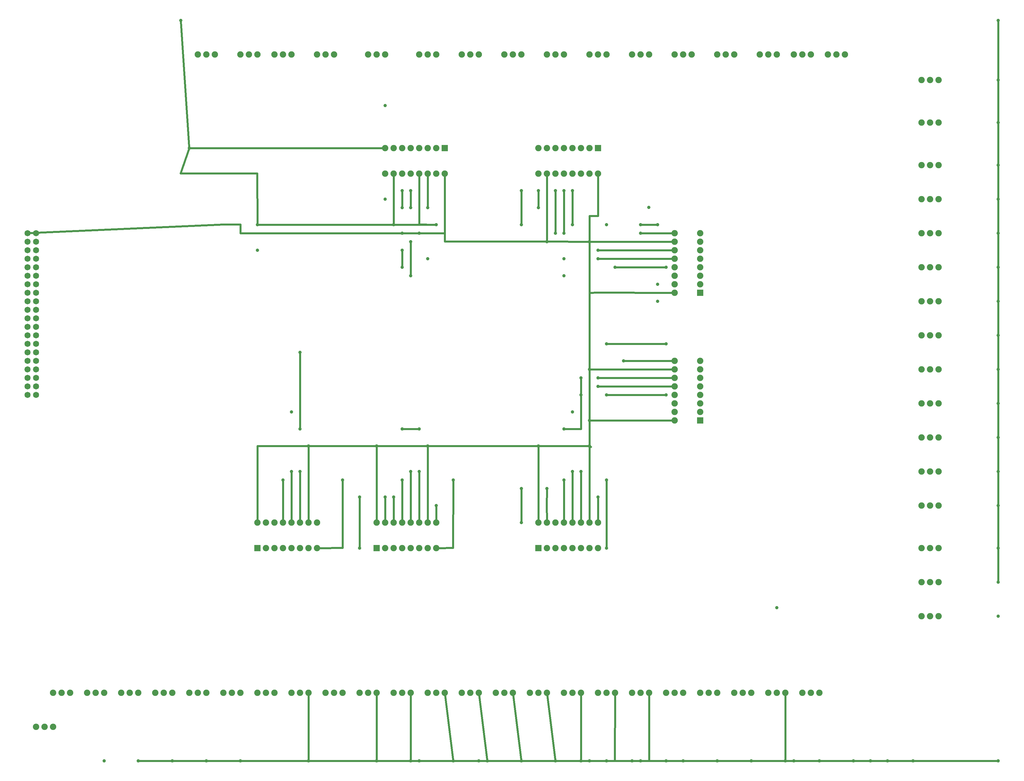
<source format=gbl>
G04 MADE WITH FRITZING*
G04 WWW.FRITZING.ORG*
G04 DOUBLE SIDED*
G04 HOLES PLATED*
G04 CONTOUR ON CENTER OF CONTOUR VECTOR*
%ASAXBY*%
%FSLAX23Y23*%
%MOIN*%
%OFA0B0*%
%SFA1.0B1.0*%
%ADD10C,0.039370*%
%ADD11C,0.075000*%
%ADD12C,0.071889*%
%ADD13C,0.071917*%
%ADD14R,0.075000X0.075000*%
%ADD15C,0.024000*%
%LNCOPPER0*%
G90*
G70*
G54D10*
X4844Y9248D03*
X4744Y8948D03*
X4544Y8948D03*
X2844Y9048D03*
X2844Y8748D03*
X4644Y9448D03*
X4644Y9248D03*
X4644Y8848D03*
X4644Y8448D03*
X4544Y9448D03*
X4544Y9248D03*
X4544Y8748D03*
X4544Y8548D03*
X4444Y9048D03*
X4944Y9048D03*
X5944Y9448D03*
X5944Y9048D03*
X6544Y9448D03*
X6544Y9048D03*
X6944Y9048D03*
X7644Y8548D03*
X7044Y8548D03*
X6944Y7648D03*
X7644Y7648D03*
X6944Y7048D03*
X7644Y7048D03*
X6944Y5248D03*
X6444Y6048D03*
X5144Y6048D03*
X6744Y6748D03*
X6744Y6448D03*
X6144Y6448D03*
X4844Y6448D03*
X4244Y6448D03*
X3444Y6448D03*
X4844Y8648D03*
X6444Y9448D03*
X6444Y8448D03*
X6444Y8948D03*
X6444Y8648D03*
X6844Y8648D03*
X6844Y7148D03*
X4644Y6148D03*
X3244Y6148D03*
X6344Y9448D03*
X6344Y8948D03*
X3344Y7548D03*
X3344Y6648D03*
X3344Y6148D03*
X4744Y6648D03*
X4544Y6648D03*
X6644Y7048D03*
X6444Y6648D03*
X6544Y6148D03*
X6644Y6148D03*
X6844Y8748D03*
X6644Y7248D03*
X6844Y7248D03*
X6144Y9448D03*
X6144Y9248D03*
X7442Y9249D03*
X7544Y9048D03*
X7344Y9048D03*
X7544Y8348D03*
X7544Y8148D03*
X6944Y6048D03*
X4544Y6048D03*
X4744Y6148D03*
X4444Y5848D03*
X3144Y6048D03*
X4344Y5848D03*
X4044Y5848D03*
X4044Y5248D03*
X6244Y5948D03*
X5944Y5948D03*
X5944Y5548D03*
G54D11*
X4244Y5248D03*
X4244Y5548D03*
X4344Y5248D03*
X4344Y5548D03*
X4444Y5248D03*
X4444Y5548D03*
X4544Y5248D03*
X4544Y5548D03*
X4644Y5248D03*
X4644Y5548D03*
X4744Y5248D03*
X4744Y5548D03*
X4844Y5248D03*
X4844Y5548D03*
X4944Y5248D03*
X4944Y5548D03*
X6144Y5248D03*
X6144Y5548D03*
X6244Y5248D03*
X6244Y5548D03*
X6344Y5248D03*
X6344Y5548D03*
X6444Y5248D03*
X6444Y5548D03*
X6544Y5248D03*
X6544Y5548D03*
X6644Y5248D03*
X6644Y5548D03*
X6744Y5248D03*
X6744Y5548D03*
X6844Y5248D03*
X6844Y5548D03*
X8044Y6748D03*
X7744Y6748D03*
X8044Y6848D03*
X7744Y6848D03*
X8044Y6948D03*
X7744Y6948D03*
X8044Y7048D03*
X7744Y7048D03*
X8044Y7148D03*
X7744Y7148D03*
X8044Y7248D03*
X7744Y7248D03*
X8044Y7348D03*
X7744Y7348D03*
X8044Y7448D03*
X7744Y7448D03*
X8044Y8248D03*
X7744Y8248D03*
X8044Y8348D03*
X7744Y8348D03*
X8044Y8448D03*
X7744Y8448D03*
X8044Y8548D03*
X7744Y8548D03*
X8044Y8648D03*
X7744Y8648D03*
X8044Y8748D03*
X7744Y8748D03*
X8044Y8848D03*
X7744Y8848D03*
X8044Y8948D03*
X7744Y8948D03*
X6844Y9948D03*
X6844Y9648D03*
X6744Y9948D03*
X6744Y9648D03*
X6644Y9948D03*
X6644Y9648D03*
X6544Y9948D03*
X6544Y9648D03*
X6444Y9948D03*
X6444Y9648D03*
X6344Y9948D03*
X6344Y9648D03*
X6244Y9948D03*
X6244Y9648D03*
X6144Y9948D03*
X6144Y9648D03*
X5044Y9948D03*
X5044Y9648D03*
X4944Y9948D03*
X4944Y9648D03*
X4844Y9948D03*
X4844Y9648D03*
X4744Y9948D03*
X4744Y9648D03*
X4644Y9948D03*
X4644Y9648D03*
X4544Y9948D03*
X4544Y9648D03*
X4444Y9948D03*
X4444Y9648D03*
X4344Y9948D03*
X4344Y9648D03*
G54D10*
X4344Y10448D03*
X8944Y4548D03*
X4344Y9348D03*
X6744Y8848D03*
X7344Y8948D03*
X3244Y6848D03*
X7144Y7448D03*
X6844Y5848D03*
G54D11*
X2844Y5248D03*
X2844Y5548D03*
X2944Y5248D03*
X2944Y5548D03*
X3044Y5248D03*
X3044Y5548D03*
X3144Y5248D03*
X3144Y5548D03*
X3244Y5248D03*
X3244Y5548D03*
X3344Y5248D03*
X3344Y5548D03*
X3444Y5248D03*
X3444Y5548D03*
X3544Y5248D03*
X3544Y5548D03*
G54D10*
X3844Y6048D03*
X4944Y5748D03*
G54D11*
X3244Y3548D03*
X3344Y3548D03*
X3444Y3548D03*
X2444Y3548D03*
X2544Y3548D03*
X2644Y3548D03*
X2044Y3548D03*
X2144Y3548D03*
X2244Y3548D03*
X1644Y3548D03*
X1744Y3548D03*
X1844Y3548D03*
X244Y3148D03*
X344Y3148D03*
X444Y3148D03*
X2844Y3548D03*
X2944Y3548D03*
X3044Y3548D03*
X5244Y3548D03*
X5344Y3548D03*
X5444Y3548D03*
X3644Y3548D03*
X3744Y3548D03*
X3844Y3548D03*
X4044Y3548D03*
X4144Y3548D03*
X4244Y3548D03*
X4844Y3548D03*
X4944Y3548D03*
X5044Y3548D03*
X4444Y3548D03*
X4544Y3548D03*
X4644Y3548D03*
X10644Y9748D03*
X10744Y9748D03*
X10844Y9748D03*
X10644Y9348D03*
X10744Y9348D03*
X10844Y9348D03*
X10644Y8948D03*
X10744Y8948D03*
X10844Y8948D03*
X10644Y8548D03*
X10744Y8548D03*
X10844Y8548D03*
X10644Y8148D03*
X10744Y8148D03*
X10844Y8148D03*
X10644Y7748D03*
X10744Y7748D03*
X10844Y7748D03*
X10644Y7348D03*
X10744Y7348D03*
X10844Y7348D03*
X10644Y6948D03*
X10744Y6948D03*
X10844Y6948D03*
X10644Y10248D03*
X10744Y10248D03*
X10844Y10248D03*
X10644Y10748D03*
X10744Y10748D03*
X10844Y10748D03*
X10644Y6548D03*
X10744Y6548D03*
X10844Y6548D03*
X10644Y6148D03*
X10744Y6148D03*
X10844Y6148D03*
X10644Y5748D03*
X10744Y5748D03*
X10844Y5748D03*
X10644Y5248D03*
X10744Y5248D03*
X10844Y5248D03*
X10644Y4848D03*
X10744Y4848D03*
X10844Y4848D03*
X10644Y4448D03*
X10744Y4448D03*
X10844Y4448D03*
X3044Y11048D03*
X3144Y11048D03*
X3244Y11048D03*
X3544Y11048D03*
X3644Y11048D03*
X3744Y11048D03*
X4744Y11048D03*
X4844Y11048D03*
X4944Y11048D03*
X5244Y11048D03*
X5344Y11048D03*
X5444Y11048D03*
X5744Y11048D03*
X5844Y11048D03*
X5944Y11048D03*
X6244Y11048D03*
X6344Y11048D03*
X6444Y11048D03*
X6744Y11048D03*
X6844Y11048D03*
X6944Y11048D03*
X7244Y11048D03*
X7344Y11048D03*
X7444Y11048D03*
X7744Y11048D03*
X7844Y11048D03*
X7944Y11048D03*
X8244Y11048D03*
X8344Y11048D03*
X8444Y11048D03*
X8744Y11048D03*
X8844Y11048D03*
X8944Y11048D03*
X9144Y11048D03*
X9244Y11048D03*
X9344Y11048D03*
X9544Y11048D03*
X9644Y11048D03*
X9744Y11048D03*
X2644Y11048D03*
X2744Y11048D03*
X2844Y11048D03*
X2144Y11048D03*
X2244Y11048D03*
X2344Y11048D03*
X4144Y11048D03*
X4244Y11048D03*
X4344Y11048D03*
G54D10*
X2044Y9948D03*
X1944Y11448D03*
G54D11*
X5644Y3548D03*
X5744Y3548D03*
X5844Y3548D03*
X1244Y3548D03*
X1344Y3548D03*
X1444Y3548D03*
X9244Y3548D03*
X9344Y3548D03*
X9444Y3548D03*
X8844Y3548D03*
X8944Y3548D03*
X9044Y3548D03*
X6444Y3548D03*
X6544Y3548D03*
X6644Y3548D03*
X6044Y3548D03*
X6144Y3548D03*
X6244Y3548D03*
X7644Y3548D03*
X7744Y3548D03*
X7844Y3548D03*
X6844Y3548D03*
X6944Y3548D03*
X7044Y3548D03*
X7244Y3548D03*
X7344Y3548D03*
X7444Y3548D03*
X8044Y3548D03*
X8144Y3548D03*
X8244Y3548D03*
X8444Y3548D03*
X8544Y3548D03*
X8644Y3548D03*
G54D10*
X11544Y10748D03*
X11544Y10248D03*
X11544Y9748D03*
X11544Y9348D03*
X11544Y8948D03*
X11544Y8548D03*
X11544Y7748D03*
X11544Y8148D03*
X11544Y7348D03*
X11544Y6948D03*
X11544Y6548D03*
X11544Y6148D03*
X11544Y5748D03*
X11544Y11448D03*
X11544Y5248D03*
X11544Y4848D03*
X11544Y4448D03*
X11544Y2748D03*
X10544Y2748D03*
X10244Y2748D03*
X9844Y2748D03*
X9444Y2748D03*
X9144Y2748D03*
X8644Y2748D03*
X8244Y2748D03*
X7244Y2748D03*
X7644Y2748D03*
X7344Y2748D03*
X6944Y2748D03*
X6644Y2748D03*
X5944Y2748D03*
X5444Y2748D03*
X4744Y2748D03*
X3444Y2748D03*
X2644Y2748D03*
X2244Y2748D03*
X1844Y2748D03*
X1444Y2748D03*
X4244Y2748D03*
X4644Y2748D03*
X5144Y2748D03*
X5544Y2748D03*
X6344Y2748D03*
X6744Y2748D03*
X7844Y2748D03*
X9044Y2748D03*
X10044Y2748D03*
X9044Y2748D03*
X6244Y8848D03*
X6744Y7348D03*
X6544Y6848D03*
G54D12*
X144Y8948D03*
X144Y8848D03*
X144Y8748D03*
X144Y8648D03*
G54D13*
X144Y8548D03*
G54D12*
X144Y8448D03*
X144Y8348D03*
X144Y8248D03*
X144Y8148D03*
G54D13*
X144Y8048D03*
G54D12*
X144Y7948D03*
G54D13*
X144Y7848D03*
G54D12*
X144Y7748D03*
X144Y7648D03*
X144Y7548D03*
X144Y7448D03*
G54D13*
X144Y7348D03*
G54D12*
X144Y7248D03*
X144Y7148D03*
X144Y7048D03*
X244Y7048D03*
X244Y7148D03*
X244Y7248D03*
G54D13*
X244Y7348D03*
G54D12*
X244Y7448D03*
X244Y7548D03*
X244Y7648D03*
X244Y7748D03*
G54D13*
X244Y7848D03*
G54D12*
X244Y7948D03*
G54D13*
X244Y8048D03*
G54D12*
X244Y8148D03*
X244Y8248D03*
X244Y8348D03*
X244Y8448D03*
G54D13*
X244Y8548D03*
G54D12*
X244Y8648D03*
X244Y8748D03*
X244Y8848D03*
X244Y8948D03*
G54D11*
X444Y3548D03*
X544Y3548D03*
X644Y3548D03*
X844Y3548D03*
X944Y3548D03*
X1044Y3548D03*
G54D10*
X1044Y2748D03*
X4244Y2748D03*
G54D14*
X4244Y5248D03*
X6144Y5248D03*
X8044Y6748D03*
X8044Y8248D03*
X6844Y9948D03*
X5044Y9948D03*
X2844Y5248D03*
G54D15*
X1463Y2748D02*
X3044Y2747D01*
D02*
X3044Y2747D02*
X4225Y2748D01*
D02*
X4263Y2748D02*
X11525Y2748D01*
D02*
X11544Y4867D02*
X11544Y11429D01*
D02*
X4245Y9048D02*
X4141Y9046D01*
D02*
X4141Y9046D02*
X2863Y9048D01*
D02*
X4425Y9048D02*
X4245Y9048D01*
D02*
X4844Y9620D02*
X4844Y9267D01*
D02*
X2063Y9948D02*
X4315Y9948D01*
D02*
X4925Y9048D02*
X4463Y9048D01*
D02*
X2645Y8948D02*
X2645Y9049D01*
D02*
X2645Y9049D02*
X2445Y9049D01*
D02*
X2445Y9049D02*
X177Y8950D01*
D02*
X4725Y8948D02*
X2645Y8948D01*
D02*
X4544Y8729D02*
X4544Y8567D01*
D02*
X4544Y9429D02*
X4544Y9267D01*
D02*
X4644Y8829D02*
X4644Y8467D01*
D02*
X4644Y9429D02*
X4644Y9267D01*
D02*
X4444Y9620D02*
X4444Y9067D01*
D02*
X7715Y8848D02*
X6763Y8848D01*
D02*
X6244Y8867D02*
X6244Y9620D01*
D02*
X7625Y7048D02*
X6963Y7048D01*
D02*
X6963Y7648D02*
X7625Y7648D01*
D02*
X7063Y8548D02*
X7625Y8548D01*
D02*
X6544Y9429D02*
X6544Y9067D01*
D02*
X4745Y9049D02*
X4925Y9048D01*
D02*
X5944Y9429D02*
X5944Y9067D01*
D02*
X4744Y9620D02*
X4745Y9049D01*
D02*
X3345Y6448D02*
X4225Y6448D01*
D02*
X2844Y6448D02*
X3345Y6448D01*
D02*
X2844Y5577D02*
X2844Y6448D01*
D02*
X4844Y5577D02*
X4844Y6429D01*
D02*
X4863Y6448D02*
X6125Y6448D01*
D02*
X4263Y6448D02*
X4825Y6448D01*
D02*
X4244Y5577D02*
X4244Y6429D01*
D02*
X6745Y6448D02*
X6760Y6437D01*
D02*
X6744Y5577D02*
X6745Y6448D01*
D02*
X6163Y6448D02*
X6745Y6448D01*
D02*
X6745Y6448D02*
X6760Y6437D01*
D02*
X6744Y6467D02*
X6744Y6729D01*
D02*
X6144Y5577D02*
X6144Y6429D01*
D02*
X6763Y7348D02*
X7715Y7348D01*
D02*
X4725Y6648D02*
X4563Y6648D01*
D02*
X3344Y6667D02*
X3344Y7529D01*
D02*
X3344Y5577D02*
X3344Y6129D01*
D02*
X3244Y5577D02*
X3244Y6129D01*
D02*
X4644Y5577D02*
X4644Y6129D01*
D02*
X7715Y7148D02*
X6863Y7148D01*
D02*
X7715Y8648D02*
X6863Y8648D01*
D02*
X6444Y9429D02*
X6444Y8967D01*
D02*
X3463Y6448D02*
X4225Y6448D01*
D02*
X3444Y5577D02*
X3444Y6429D01*
D02*
X6144Y9267D02*
X6144Y9429D01*
D02*
X6346Y9248D02*
X6344Y9429D01*
D02*
X6863Y7248D02*
X7715Y7248D01*
D02*
X6646Y6647D02*
X6644Y7029D01*
D02*
X6644Y7229D02*
X6644Y7067D01*
D02*
X7715Y8748D02*
X6863Y8748D01*
D02*
X6544Y6129D02*
X6544Y5577D01*
D02*
X6644Y6129D02*
X6644Y5577D01*
D02*
X6463Y6648D02*
X6646Y6647D01*
D02*
X6344Y8967D02*
X6346Y9248D01*
D02*
X4444Y5577D02*
X4444Y5829D01*
D02*
X7363Y8948D02*
X7715Y8948D01*
D02*
X7525Y9048D02*
X7363Y9048D01*
D02*
X4744Y5577D02*
X4744Y6129D01*
D02*
X5143Y5249D02*
X5144Y6029D01*
D02*
X4973Y5248D02*
X5143Y5249D01*
D02*
X4544Y5577D02*
X4544Y6029D01*
D02*
X6944Y6029D02*
X6944Y5267D01*
D02*
X6444Y6029D02*
X6444Y5577D01*
D02*
X5944Y5567D02*
X5944Y5929D01*
D02*
X6243Y5746D02*
X6244Y5577D01*
D02*
X6244Y5929D02*
X6243Y5746D01*
D02*
X4044Y5267D02*
X4044Y5829D01*
D02*
X4344Y5829D02*
X4344Y5577D01*
D02*
X3144Y5577D02*
X3144Y6029D01*
D02*
X3845Y5249D02*
X3573Y5248D01*
D02*
X3844Y6029D02*
X3845Y5249D01*
D02*
X7163Y7448D02*
X7715Y7448D01*
D02*
X4944Y5729D02*
X4944Y5577D01*
D02*
X6844Y5577D02*
X6844Y5829D01*
D02*
X1945Y11429D02*
X2043Y9967D01*
D02*
X4244Y2767D02*
X4244Y3520D01*
D02*
X4644Y2767D02*
X4644Y3520D01*
D02*
X5142Y2767D02*
X5048Y3520D01*
D02*
X5542Y2767D02*
X5448Y3520D01*
D02*
X5942Y2767D02*
X5848Y3520D01*
D02*
X6342Y2767D02*
X6248Y3520D01*
D02*
X6644Y2747D02*
X6644Y3520D01*
D02*
X6725Y2748D02*
X6644Y2747D01*
D02*
X7042Y2747D02*
X7044Y3520D01*
D02*
X7225Y2748D02*
X7042Y2747D01*
D02*
X7446Y2747D02*
X7444Y3520D01*
D02*
X7825Y2748D02*
X7446Y2747D01*
D02*
X9044Y2767D02*
X9044Y3520D01*
D02*
X1941Y9651D02*
X2843Y9651D01*
D02*
X2843Y9651D02*
X2844Y9067D01*
D02*
X2038Y9930D02*
X1941Y9651D01*
D02*
X5045Y8948D02*
X4763Y8948D01*
D02*
X5045Y8849D02*
X5045Y8948D01*
D02*
X5044Y9620D02*
X5045Y8849D01*
D02*
X6745Y9150D02*
X6844Y9150D01*
D02*
X6844Y9150D02*
X6844Y9620D01*
D02*
X6745Y8848D02*
X6745Y9150D01*
D02*
X6244Y8849D02*
X6745Y8848D01*
D02*
X5045Y8849D02*
X6244Y8849D01*
D02*
X6843Y8249D02*
X7715Y8248D01*
D02*
X6745Y8246D02*
X6843Y8249D01*
D02*
X6745Y8848D02*
X6745Y8246D01*
D02*
X6763Y6748D02*
X7715Y6748D01*
D02*
X6745Y8246D02*
X6745Y7347D01*
D02*
X6745Y7347D02*
X6744Y6767D01*
D02*
X6843Y8249D02*
X6745Y8246D01*
D02*
X3444Y3520D02*
X3444Y2767D01*
G04 End of Copper0*
M02*
</source>
